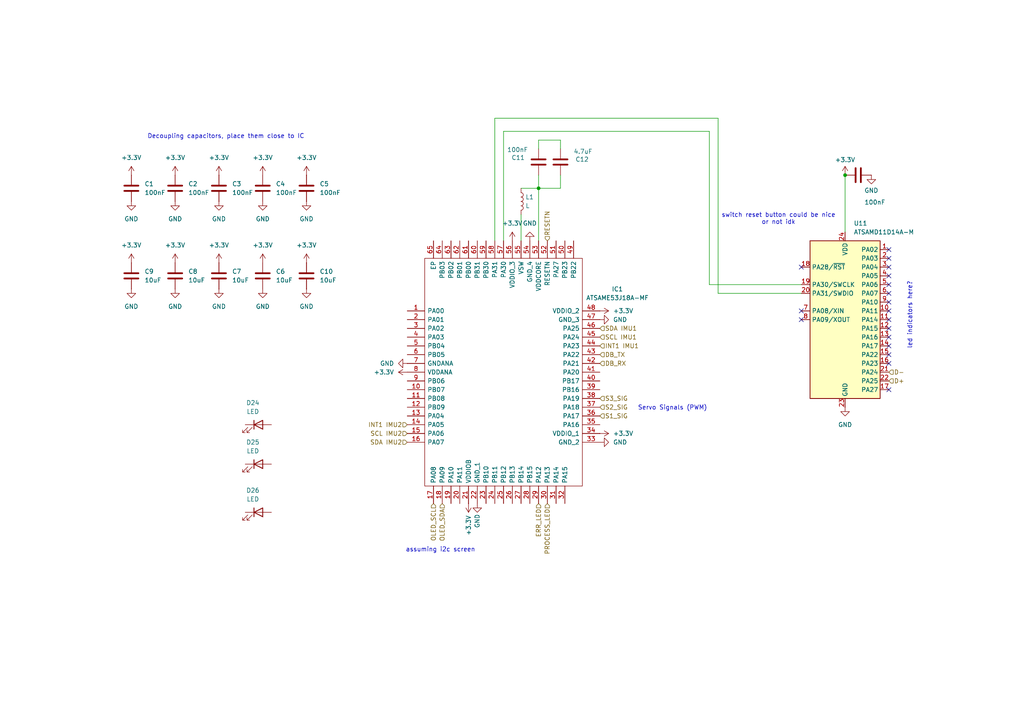
<source format=kicad_sch>
(kicad_sch (version 20231120) (generator "eeschema") (generator_version "8.0")
  (paper "A4")
  (lib_symbols
    (symbol "ATSAME53J18A-MF:ATSAME53J18A-MF" (pin_names (offset 0.762))
      (property "Reference" "IC" (at 52.07 20.32 0))
      (property "Value" "ATSAME53J18A-MF" (at 52.07 17.78 0))
      (symbol "ATSAME53J18A-MF_0_0"
        (pin passive line (at 0 0 0) (length 5.08) (name "PA00") (number "1"))
        (pin passive line (at 0 -22.86 0) (length 5.08) (name "PB07") (number "10"))
        (pin passive line (at 0 -25.4 0) (length 5.08) (name "PB08") (number "11"))
        (pin passive line (at 0 -27.94 0) (length 5.08) (name "PB09") (number "12"))
        (pin passive line (at 0 -30.48 0) (length 5.08) (name "PA04") (number "13"))
        (pin passive line (at 0 -33.02 0) (length 5.08) (name "PA05") (number "14"))
        (pin passive line (at 0 -35.56 0) (length 5.08) (name "PA06") (number "15"))
        (pin passive line (at 0 -38.1 0) (length 5.08) (name "PA07") (number "16"))
        (pin passive line (at 7.62 -55.88 90) (length 5.08) (name "PA08") (number "17"))
        (pin passive line (at 10.16 -55.88 90) (length 5.08) (name "PA09") (number "18"))
        (pin passive line (at 12.7 -55.88 90) (length 5.08) (name "PA10") (number "19"))
        (pin passive line (at 0 -2.54 0) (length 5.08) (name "PA01") (number "2"))
        (pin passive line (at 15.24 -55.88 90) (length 5.08) (name "PA11") (number "20"))
        (pin passive line (at 17.78 -55.88 90) (length 5.08) (name "VDDIOB") (number "21"))
        (pin passive line (at 20.32 -55.88 90) (length 5.08) (name "GND_1") (number "22"))
        (pin passive line (at 22.86 -55.88 90) (length 5.08) (name "PB10") (number "23"))
        (pin passive line (at 25.4 -55.88 90) (length 5.08) (name "PB11") (number "24"))
        (pin passive line (at 27.94 -55.88 90) (length 5.08) (name "PB12") (number "25"))
        (pin passive line (at 30.48 -55.88 90) (length 5.08) (name "PB13") (number "26"))
        (pin passive line (at 33.02 -55.88 90) (length 5.08) (name "PB14") (number "27"))
        (pin passive line (at 35.56 -55.88 90) (length 5.08) (name "PB15") (number "28"))
        (pin passive line (at 38.1 -55.88 90) (length 5.08) (name "PA12") (number "29"))
        (pin passive line (at 0 -5.08 0) (length 5.08) (name "PA02") (number "3"))
        (pin passive line (at 40.64 -55.88 90) (length 5.08) (name "PA13") (number "30"))
        (pin passive line (at 43.18 -55.88 90) (length 5.08) (name "PA14") (number "31"))
        (pin passive line (at 45.72 -55.88 90) (length 5.08) (name "PA15") (number "32"))
        (pin passive line (at 55.88 -38.1 180) (length 5.08) (name "GND_2") (number "33"))
        (pin passive line (at 55.88 -35.56 180) (length 5.08) (name "VDDIO_1") (number "34"))
        (pin passive line (at 55.88 -33.02 180) (length 5.08) (name "PA16") (number "35"))
        (pin passive line (at 55.88 -30.48 180) (length 5.08) (name "PA17") (number "36"))
        (pin passive line (at 55.88 -27.94 180) (length 5.08) (name "PA18") (number "37"))
        (pin passive line (at 55.88 -25.4 180) (length 5.08) (name "PA19") (number "38"))
        (pin passive line (at 55.88 -22.86 180) (length 5.08) (name "PB16") (number "39"))
        (pin passive line (at 0 -7.62 0) (length 5.08) (name "PA03") (number "4"))
        (pin passive line (at 55.88 -20.32 180) (length 5.08) (name "PB17") (number "40"))
        (pin passive line (at 55.88 -17.78 180) (length 5.08) (name "PA20") (number "41"))
        (pin passive line (at 55.88 -15.24 180) (length 5.08) (name "PA21") (number "42"))
        (pin passive line (at 55.88 -12.7 180) (length 5.08) (name "PA22") (number "43"))
        (pin passive line (at 55.88 -10.16 180) (length 5.08) (name "PA23") (number "44"))
        (pin passive line (at 55.88 -7.62 180) (length 5.08) (name "PA24") (number "45"))
        (pin passive line (at 55.88 -5.08 180) (length 5.08) (name "PA25") (number "46"))
        (pin passive line (at 55.88 -2.54 180) (length 5.08) (name "GND_3") (number "47"))
        (pin passive line (at 55.88 0 180) (length 5.08) (name "VDDIO_2") (number "48"))
        (pin passive line (at 48.26 20.32 270) (length 5.08) (name "PB22") (number "49"))
        (pin passive line (at 0 -10.16 0) (length 5.08) (name "PB04") (number "5"))
        (pin passive line (at 45.72 20.32 270) (length 5.08) (name "PB23") (number "50"))
        (pin passive line (at 43.18 20.32 270) (length 5.08) (name "PA27") (number "51"))
        (pin passive line (at 40.64 20.32 270) (length 5.08) (name "RESETN") (number "52"))
        (pin passive line (at 38.1 20.32 270) (length 5.08) (name "VDDCORE") (number "53"))
        (pin passive line (at 35.56 20.32 270) (length 5.08) (name "GND_4") (number "54"))
        (pin passive line (at 33.02 20.32 270) (length 5.08) (name "VSW") (number "55"))
        (pin passive line (at 30.48 20.32 270) (length 5.08) (name "VDDIO_3") (number "56"))
        (pin passive line (at 27.94 20.32 270) (length 5.08) (name "PA30") (number "57"))
        (pin passive line (at 25.4 20.32 270) (length 5.08) (name "PA31") (number "58"))
        (pin passive line (at 22.86 20.32 270) (length 5.08) (name "PB30") (number "59"))
        (pin passive line (at 0 -12.7 0) (length 5.08) (name "PB05") (number "6"))
        (pin passive line (at 20.32 20.32 270) (length 5.08) (name "PB31") (number "60"))
        (pin passive line (at 17.78 20.32 270) (length 5.08) (name "PB00") (number "61"))
        (pin passive line (at 15.24 20.32 270) (length 5.08) (name "PB01") (number "62"))
        (pin passive line (at 12.7 20.32 270) (length 5.08) (name "PB02") (number "63"))
        (pin passive line (at 10.16 20.32 270) (length 5.08) (name "PB03") (number "64"))
        (pin passive line (at 7.62 20.32 270) (length 5.08) (name "EP") (number "65"))
        (pin passive line (at 0 -15.24 0) (length 5.08) (name "GNDANA") (number "7"))
        (pin passive line (at 0 -17.78 0) (length 5.08) (name "VDDANA") (number "8"))
        (pin passive line (at 0 -20.32 0) (length 5.08) (name "PB06") (number "9"))
      )
      (symbol "ATSAME53J18A-MF_0_1"
        (polyline (pts (xy 5.08 15.24) (xy 50.8 15.24) (xy 50.8 -50.8) (xy 5.08 -50.8) (xy 5.08 15.24)) (stroke (width 0.1524)))
      )
    )
    (symbol "Device:C" (pin_numbers hide) (pin_names (offset 0.254))
      (property "Reference" "C" (at 0.635 2.54 0))
      (property "Value" "C" (at 0.635 -2.54 0))
      (symbol "C_0_1"
        (polyline (pts (xy -2.032 -0.762) (xy 2.032 -0.762)) (stroke (width 0.508)))
        (polyline (pts (xy -2.032 0.762) (xy 2.032 0.762)) (stroke (width 0.508)))
      )
      (symbol "C_1_1"
        (pin passive line (at 0 3.81 270) (length 2.794) (name "~") (number "1"))
        (pin passive line (at 0 -3.81 90) (length 2.794) (name "~") (number "2"))
      )
    )
    (symbol "Device:L" (pin_numbers hide) (pin_names (offset 1.016) hide)
      (property "Reference" "L" (at -1.27 0 90))
      (property "Value" "L" (at 1.905 0 90))
      (symbol "L_0_1"
        (arc (start 0 -2.54) (mid 0.6323 -1.905) (end 0 -1.27))
        (arc (start 0 -1.27) (mid 0.6323 -0.635) (end 0 0))
        (arc (start 0 0) (mid 0.6323 0.635) (end 0 1.27))
        (arc (start 0 1.27) (mid 0.6323 1.905) (end 0 2.54))
      )
      (symbol "L_1_1"
        (pin passive line (at 0 3.81 270) (length 1.27) (name "1") (number "1"))
        (pin passive line (at 0 -3.81 90) (length 1.27) (name "2") (number "2"))
      )
    )
    (symbol "Device:LED" (pin_numbers hide) (pin_names (offset 1.016) hide)
      (property "Reference" "D" (at 0 2.54 0))
      (property "Value" "LED" (at 0 -2.54 0))
      (symbol "LED_0_1"
        (polyline (pts (xy -1.27 -1.27) (xy -1.27 1.27)) (stroke (width 0.254)))
        (polyline (pts (xy -1.27 0) (xy 1.27 0)))
        (polyline (pts (xy 1.27 -1.27) (xy 1.27 1.27) (xy -1.27 0) (xy 1.27 -1.27)) (stroke (width 0.254)))
        (polyline (pts (xy -3.048 -0.762) (xy -4.572 -2.286) (xy -3.81 -2.286) (xy -4.572 -2.286) (xy -4.572 -1.524)))
        (polyline (pts (xy -1.778 -0.762) (xy -3.302 -2.286) (xy -2.54 -2.286) (xy -3.302 -2.286) (xy -3.302 -1.524)))
      )
      (symbol "LED_1_1"
        (pin passive line (at -3.81 0 0) (length 2.54) (name "K") (number "1"))
        (pin passive line (at 3.81 0 180) (length 2.54) (name "A") (number "2"))
      )
    )
    (symbol "MCU_Microchip_SAMD:ATSAMD11D14A-M"
      (property "Reference" "U" (at -10.16 24.13 0))
      (property "Value" "ATSAMD11D14A-M" (at 1.27 24.13 0))
      (symbol "ATSAMD11D14A-M_0_1"
        (rectangle (start -10.16 22.86) (end 10.16 -22.86) (stroke (width 0.254)) (fill (type background)))
      )
      (symbol "ATSAMD11D14A-M_1_1"
        (pin bidirectional line (at 12.7 20.32 180) (length 2.54) (name "PA02") (number "1"))
        (pin bidirectional line (at 12.7 2.54 180) (length 2.54) (name "PA11") (number "10"))
        (pin bidirectional line (at 12.7 0 180) (length 2.54) (name "PA14") (number "11"))
        (pin bidirectional line (at 12.7 -2.54 180) (length 2.54) (name "PA15") (number "12"))
        (pin bidirectional line (at 12.7 -5.08 180) (length 2.54) (name "PA16") (number "13"))
        (pin bidirectional line (at 12.7 -7.62 180) (length 2.54) (name "PA17") (number "14"))
        (pin bidirectional line (at 12.7 -10.16 180) (length 2.54) (name "PA22") (number "15"))
        (pin bidirectional line (at 12.7 -12.7 180) (length 2.54) (name "PA23") (number "16"))
        (pin bidirectional line (at 12.7 -20.32 180) (length 2.54) (name "PA27") (number "17"))
        (pin bidirectional line (at -12.7 15.24 0) (length 2.54) (name "PA28/~{RST}") (number "18"))
        (pin bidirectional line (at -12.7 10.16 0) (length 2.54) (name "PA30/SWCLK") (number "19"))
        (pin bidirectional line (at 12.7 17.78 180) (length 2.54) (name "PA03") (number "2"))
        (pin bidirectional line (at -12.7 7.62 0) (length 2.54) (name "PA31/SWDIO") (number "20"))
        (pin bidirectional line (at 12.7 -15.24 180) (length 2.54) (name "PA24") (number "21"))
        (pin bidirectional line (at 12.7 -17.78 180) (length 2.54) (name "PA25") (number "22"))
        (pin power_in line (at 0 -25.4 90) (length 2.54) (name "GND") (number "23"))
        (pin power_in line (at 0 25.4 270) (length 2.54) (name "VDD") (number "24"))
        (pin bidirectional line (at 12.7 15.24 180) (length 2.54) (name "PA04") (number "3"))
        (pin bidirectional line (at 12.7 12.7 180) (length 2.54) (name "PA05") (number "4"))
        (pin bidirectional line (at 12.7 10.16 180) (length 2.54) (name "PA06") (number "5"))
        (pin bidirectional line (at 12.7 7.62 180) (length 2.54) (name "PA07") (number "6"))
        (pin bidirectional line (at -12.7 2.54 0) (length 2.54) (name "PA08/XIN") (number "7"))
        (pin bidirectional line (at -12.7 0 0) (length 2.54) (name "PA09/XOUT") (number "8"))
        (pin bidirectional line (at 12.7 5.08 180) (length 2.54) (name "PA10") (number "9"))
      )
    )
    (symbol "power:+3.3V" (power) (pin_numbers hide) (pin_names (offset 0) hide)
      (property "Value" "+3.3V" (at 0 3.556 0))
      (symbol "+3.3V_0_1"
        (polyline (pts (xy -0.762 1.27) (xy 0 2.54)))
        (polyline (pts (xy 0 0) (xy 0 2.54)))
        (polyline (pts (xy 0 2.54) (xy 0.762 1.27)))
      )
      (symbol "+3.3V_1_1"
        (pin power_in line (at 0 0 90) (length 0) (name "~") (number "1"))
      )
    )
    (symbol "power:GND" (power) (pin_numbers hide) (pin_names (offset 0) hide)
      (property "Value" "GND" (at 0 -3.81 0))
      (symbol "GND_0_1"
        (polyline (pts (xy 0 0) (xy 0 -1.27) (xy 1.27 -1.27) (xy 0 -2.54) (xy -1.27 -1.27) (xy 0 -1.27)))
      )
      (symbol "GND_1_1"
        (pin power_in line (at 0 0 270) (length 0) (name "~") (number "1"))
      )
    )
  )
  (junction (at 245.11 50.8))
  (junction (at 156.21 54.61))
  (no_connect (at 257.81 113.03))
  (no_connect (at 257.81 100.33))
  (no_connect (at 257.81 80.01))
  (no_connect (at 257.81 92.71))
  (no_connect (at 232.41 77.47))
  (no_connect (at 257.81 85.09))
  (no_connect (at 257.81 105.41))
  (no_connect (at 257.81 72.39))
  (no_connect (at 257.81 77.47))
  (no_connect (at 257.81 74.93))
  (no_connect (at 232.41 92.71))
  (no_connect (at 257.81 87.63))
  (no_connect (at 232.41 90.17))
  (no_connect (at 257.81 97.79))
  (no_connect (at 257.81 95.25))
  (no_connect (at 257.81 90.17))
  (no_connect (at 257.81 82.55))
  (no_connect (at 257.81 102.87))
  (wire (pts (xy 208.28 34.29) (xy 208.28 85.09)))
  (wire (pts (xy 245.11 50.8) (xy 245.11 67.31)))
  (wire (pts (xy 156.21 43.18) (xy 156.21 40.64)))
  (wire (pts (xy 232.41 82.55) (xy 205.74 82.55)))
  (wire (pts (xy 162.56 40.64) (xy 162.56 43.18)))
  (wire (pts (xy 143.51 69.85) (xy 143.51 34.29)))
  (wire (pts (xy 156.21 54.61) (xy 156.21 69.85)))
  (wire (pts (xy 156.21 40.64) (xy 162.56 40.64)))
  (wire (pts (xy 162.56 50.8) (xy 162.56 54.61)))
  (wire (pts (xy 146.05 38.1) (xy 146.05 69.85)))
  (wire (pts (xy 156.21 54.61) (xy 162.56 54.61)))
  (wire (pts (xy 151.13 54.61) (xy 156.21 54.61)))
  (wire (pts (xy 205.74 82.55) (xy 205.74 38.1)))
  (wire (pts (xy 156.21 50.8) (xy 156.21 54.61)))
  (wire (pts (xy 208.28 85.09) (xy 232.41 85.09)))
  (wire (pts (xy 143.51 34.29) (xy 208.28 34.29)))
  (wire (pts (xy 205.74 38.1) (xy 146.05 38.1)))
  (wire (pts (xy 151.13 62.23) (xy 151.13 69.85)))
  (text "assuming i2c screen" (at 127.762 159.512 0) (effects (font (size 1.27 1.27))))
  (text "switch reset button could be nice\nor not idk\n" (at 225.806 63.5 0) (effects (font (size 1.27 1.27))))
  (text "Servo Signals (PWM)" (at 195.072 118.364 0) (effects (font (size 1.27 1.27))))
  (text "led indicators here?\n" (at 263.906 91.44 90) (effects (font (size 1.27 1.27))))
  (text "Decoupling capacitors, place them close to IC" (at 65.532 39.624 0) (effects (font (size 1.27 1.27))))
  (hierarchical_label "SDA IMU1" (shape input) (at 173.99 95.25 0))
  (hierarchical_label "D+" (shape input) (at 257.81 110.49 0))
  (hierarchical_label "S2_SIG" (shape input) (at 173.99 118.11 0))
  (hierarchical_label "ERR_LED" (shape input) (at 156.21 146.05 270))
  (hierarchical_label "RESETN" (shape input) (at 158.75 69.85 90))
  (hierarchical_label "DB_RX" (shape input) (at 173.99 105.41 0))
  (hierarchical_label "DB_TX" (shape input) (at 173.99 102.87 0))
  (hierarchical_label "S1_SIG" (shape input) (at 173.99 120.65 0))
  (hierarchical_label "SDA IMU2" (shape input) (at 118.11 128.27 180))
  (hierarchical_label "SCL IMU2" (shape input) (at 118.11 125.73 180))
  (hierarchical_label "S3_SIG" (shape input) (at 173.99 115.57 0))
  (hierarchical_label "SCL IMU1" (shape input) (at 173.99 97.79 0))
  (hierarchical_label "D-" (shape input) (at 257.81 107.95 0))
  (hierarchical_label "INT1 IMU2" (shape input) (at 118.11 123.19 180))
  (hierarchical_label "OLED_SCL" (shape input) (at 125.73 146.05 270))
  (hierarchical_label "PROCESS_LED" (shape input) (at 158.75 146.05 270))
  (hierarchical_label "OLED_SDA" (shape input) (at 128.27 146.05 270))
  (hierarchical_label "INT1 IMU1" (shape input) (at 173.99 100.33 0))
  (symbol (lib_id "Device:C") (at 38.1 54.61 0) (unit 1)
    (property "Reference" "C1" (at 41.91 53.3399 0) (effects (justify left)))
    (property "Value" "100nF" (at 41.91 55.8799 0) (effects (justify left)))
    (property "Description" "Unpolarized capacitor" (effects (hide yes)))
  )
  (symbol (lib_id "power:+3.3V") (at 63.5 76.2 0) (unit 1)
    (property "Reference" "#PWR015" (effects (hide yes)))
    (property "Value" "+3.3V" (at 63.5 71.12 0))
    (property "Description" "Power symbol creates a global label with name \"+3.3V\"" (effects (hide yes)))
  )
  (symbol (lib_id "power:+3.3V") (at 50.8 50.8 0) (unit 1)
    (property "Reference" "#PWR03" (effects (hide yes)))
    (property "Value" "+3.3V" (at 50.8 45.72 0))
    (property "Description" "Power symbol creates a global label with name \"+3.3V\"" (effects (hide yes)))
  )
  (symbol (lib_id "power:+3.3V") (at 148.59 69.85 0) (unit 1)
    (property "Reference" "#PWR051" (effects (hide yes)))
    (property "Value" "+3.3V" (at 148.59 64.77 0))
    (property "Description" "Power symbol creates a global label with name \"+3.3V\"" (effects (hide yes)))
  )
  (symbol (lib_id "power:GND") (at 173.99 92.71 90) (unit 1)
    (property "Reference" "#PWR054" (effects (hide yes)))
    (property "Value" "GND" (at 177.8 92.7099 90) (effects (justify right)))
    (property "Description" "Power symbol creates a global label with name \"GND\" , ground" (effects (hide yes)))
  )
  (symbol (lib_id "Device:C") (at 50.8 54.61 0) (unit 1)
    (property "Reference" "C2" (at 54.61 53.3399 0) (effects (justify left)))
    (property "Value" "100nF" (at 54.61 55.8799 0) (effects (justify left)))
    (property "Description" "Unpolarized capacitor" (effects (hide yes)))
  )
  (symbol (lib_id "power:GND") (at 88.9 58.42 0) (unit 1)
    (property "Reference" "#PWR023" (effects (hide yes)))
    (property "Value" "GND" (at 88.9 63.5 0))
    (property "Description" "Power symbol creates a global label with name \"GND\" , ground" (effects (hide yes)))
  )
  (symbol (lib_id "Device:C") (at 76.2 80.01 0) (unit 1)
    (property "Reference" "C6" (at 80.01 78.7399 0) (effects (justify left)))
    (property "Value" "10uF" (at 80.01 81.2799 0) (effects (justify left)))
    (property "Description" "Unpolarized capacitor" (effects (hide yes)))
  )
  (symbol (lib_id "Device:C") (at 50.8 80.01 0) (unit 1)
    (property "Reference" "C8" (at 54.61 78.7399 0) (effects (justify left)))
    (property "Value" "10uF" (at 54.61 81.2799 0) (effects (justify left)))
    (property "Description" "Unpolarized capacitor" (effects (hide yes)))
  )
  (symbol (lib_id "Device:C") (at 156.21 46.99 0) (unit 1)
    (property "Reference" "C11" (at 148.336 45.72 0) (effects (justify left)))
    (property "Value" "100nF" (at 147.066 43.434 0) (effects (justify left)))
    (property "Description" "Unpolarized capacitor" (effects (hide yes)))
  )
  (symbol (lib_id "Device:C") (at 63.5 54.61 0) (unit 1)
    (property "Reference" "C3" (at 67.31 53.3399 0) (effects (justify left)))
    (property "Value" "100nF" (at 67.31 55.8799 0) (effects (justify left)))
    (property "Description" "Unpolarized capacitor" (effects (hide yes)))
  )
  (symbol (lib_id "Device:C") (at 162.56 46.99 0) (unit 1)
    (property "Reference" "C12" (at 166.878 46.228 0) (effects (justify left)))
    (property "Value" "4.7uF" (at 166.37 43.942 0) (effects (justify left)))
    (property "Description" "Unpolarized capacitor" (effects (hide yes)))
  )
  (symbol (lib_id "Device:C") (at 88.9 54.61 0) (unit 1)
    (property "Reference" "C5" (at 92.71 53.3399 0) (effects (justify left)))
    (property "Value" "100nF" (at 92.71 55.8799 0) (effects (justify left)))
    (property "Description" "Unpolarized capacitor" (effects (hide yes)))
  )
  (symbol (lib_id "power:+3.3V") (at 173.99 90.17 270) (unit 1)
    (property "Reference" "#PWR049" (effects (hide yes)))
    (property "Value" "+3.3V" (at 177.8 90.1699 90) (effects (justify left)))
    (property "Description" "Power symbol creates a global label with name \"+3.3V\"" (effects (hide yes)))
  )
  (symbol (lib_id "Device:C") (at 76.2 54.61 0) (unit 1)
    (property "Reference" "C4" (at 80.01 53.3399 0) (effects (justify left)))
    (property "Value" "100nF" (at 80.01 55.8799 0) (effects (justify left)))
    (property "Description" "Unpolarized capacitor" (effects (hide yes)))
  )
  (symbol (lib_id "power:GND") (at 63.5 58.42 0) (unit 1)
    (property "Reference" "#PWR025" (effects (hide yes)))
    (property "Value" "GND" (at 63.5 63.5 0))
    (property "Description" "Power symbol creates a global label with name \"GND\" , ground" (effects (hide yes)))
  )
  (symbol (lib_id "Device:C") (at 248.92 50.8 270) (mirror x) (unit 1)
    (property "Reference" "100nF" (at 250.698 58.674 90) (effects (justify left)))
    (property "Value" "C" (effects (hide yes)))
    (property "Description" "Unpolarized capacitor" (effects (hide yes)))
  )
  (symbol (lib_id "power:GND") (at 76.2 83.82 0) (unit 1)
    (property "Reference" "#PWR021" (effects (hide yes)))
    (property "Value" "GND" (at 76.2 88.9 0))
    (property "Description" "Power symbol creates a global label with name \"GND\" , ground" (effects (hide yes)))
  )
  (symbol (lib_id "Device:LED") (at 74.93 148.59 0) (unit 1)
    (property "Reference" "D26" (at 73.3425 142.24 0))
    (property "Value" "LED" (at 73.3425 144.78 0))
    (property "Description" "Light emitting diode" (effects (hide yes)))
  )
  (symbol (lib_id "power:GND") (at 63.5 83.82 0) (unit 1)
    (property "Reference" "#PWR020" (effects (hide yes)))
    (property "Value" "GND" (at 63.5 88.9 0))
    (property "Description" "Power symbol creates a global label with name \"GND\" , ground" (effects (hide yes)))
  )
  (symbol (lib_id "power:+3.3V") (at 38.1 50.8 0) (unit 1)
    (property "Reference" "#PWR02" (effects (hide yes)))
    (property "Value" "+3.3V" (at 38.1 45.72 0))
    (property "Description" "Power symbol creates a global label with name \"+3.3V\"" (effects (hide yes)))
  )
  (symbol (lib_id "power:GND") (at 50.8 83.82 0) (unit 1)
    (property "Reference" "#PWR019" (effects (hide yes)))
    (property "Value" "GND" (at 50.8 88.9 0))
    (property "Description" "Power symbol creates a global label with name \"GND\" , ground" (effects (hide yes)))
  )
  (symbol (lib_id "power:GND") (at 38.1 83.82 0) (unit 1)
    (property "Reference" "#PWR018" (effects (hide yes)))
    (property "Value" "GND" (at 38.1 88.9 0))
    (property "Description" "Power symbol creates a global label with name \"GND\" , ground" (effects (hide yes)))
  )
  (symbol (lib_id "Device:LED") (at 74.93 134.62 0) (unit 1)
    (property "Reference" "D25" (at 73.3425 128.27 0))
    (property "Value" "LED" (at 73.3425 130.81 0))
    (property "Description" "Light emitting diode" (effects (hide yes)))
  )
  (symbol (lib_id "power:+3.3V") (at 76.2 50.8 0) (unit 1)
    (property "Reference" "#PWR011" (effects (hide yes)))
    (property "Value" "+3.3V" (at 76.2 45.72 0))
    (property "Description" "Power symbol creates a global label with name \"+3.3V\"" (effects (hide yes)))
  )
  (symbol (lib_id "power:GND") (at 88.9 83.82 0) (unit 1)
    (property "Reference" "#PWR022" (effects (hide yes)))
    (property "Value" "GND" (at 88.9 88.9 0))
    (property "Description" "Power symbol creates a global label with name \"GND\" , ground" (effects (hide yes)))
  )
  (symbol (lib_id "Device:C") (at 38.1 80.01 0) (unit 1)
    (property "Reference" "C9" (at 41.91 78.7399 0) (effects (justify left)))
    (property "Value" "10uF" (at 41.91 81.2799 0) (effects (justify left)))
    (property "Description" "Unpolarized capacitor" (effects (hide yes)))
  )
  (symbol (lib_id "power:GND") (at 252.73 50.8 0) (unit 1)
    (property "Reference" "#PWR0194" (effects (hide yes)))
    (property "Value" "GND" (at 252.73 55.245 0))
    (property "Description" "Power symbol creates a global label with name \"GND\" , ground" (effects (hide yes)))
  )
  (symbol (lib_id "power:GND") (at 50.8 58.42 0) (unit 1)
    (property "Reference" "#PWR026" (effects (hide yes)))
    (property "Value" "GND" (at 50.8 63.5 0))
    (property "Description" "Power symbol creates a global label with name \"GND\" , ground" (effects (hide yes)))
  )
  (symbol (lib_id "power:+3.3V") (at 76.2 76.2 0) (unit 1)
    (property "Reference" "#PWR014" (effects (hide yes)))
    (property "Value" "+3.3V" (at 76.2 71.12 0))
    (property "Description" "Power symbol creates a global label with name \"+3.3V\"" (effects (hide yes)))
  )
  (symbol (lib_id "power:+3.3V") (at 88.9 50.8 0) (unit 1)
    (property "Reference" "#PWR012" (effects (hide yes)))
    (property "Value" "+3.3V" (at 88.9 45.72 0))
    (property "Description" "Power symbol creates a global label with name \"+3.3V\"" (effects (hide yes)))
  )
  (symbol (lib_id "Device:C") (at 63.5 80.01 0) (unit 1)
    (property "Reference" "C7" (at 67.31 78.7399 0) (effects (justify left)))
    (property "Value" "10uF" (at 67.31 81.2799 0) (effects (justify left)))
    (property "Description" "Unpolarized capacitor" (effects (hide yes)))
  )
  (symbol (lib_id "MCU_Microchip_SAMD:ATSAMD11D14A-M") (at 245.11 92.71 0) (unit 1)
    (property "Reference" "U11" (at 247.612 64.77 0) (effects (justify left)))
    (property "Value" "ATSAMD11D14A-M" (at 247.612 67.31 0) (effects (justify left)))
    (property "Footprint" "Package_DFN_QFN:QFN-24-1EP_4x4mm_P0.5mm_EP2.6x2.6mm" (effects (hide yes)))
    (property "Datasheet" "http://ww1.microchip.com/downloads/en/DeviceDoc/Atmel-42363-SAM-D11_Datasheet.pdf" (effects (hide yes)))
    (property "Description" "ARM Cortex-M0+ MCU, 48MHz, 16KB Flash, 4KB RAM, 1.6-3.6V, 22 GPIO, QFN-24" (effects (hide yes)))
  )
  (symbol (lib_id "power:GND") (at 245.11 118.11 0) (unit 1)
    (property "Reference" "#PWR0193" (effects (hide yes)))
    (property "Value" "GND" (at 245.11 123.19 0))
    (property "Description" "Power symbol creates a global label with name \"GND\" , ground" (effects (hide yes)))
  )
  (symbol (lib_id "Device:L") (at 151.13 58.42 0) (unit 1)
    (property "Reference" "L1" (at 152.4 57.1499 0) (effects (justify left)))
    (property "Value" "L" (at 152.4 59.6899 0) (effects (justify left)))
    (property "Description" "Inductor" (effects (hide yes)))
  )
  (symbol (lib_id "power:+3.3V") (at 88.9 76.2 0) (unit 1)
    (property "Reference" "#PWR013" (effects (hide yes)))
    (property "Value" "+3.3V" (at 88.9 71.12 0))
    (property "Description" "Power symbol creates a global label with name \"+3.3V\"" (effects (hide yes)))
  )
  (symbol (lib_id "power:GND") (at 153.67 69.85 180) (unit 1)
    (property "Reference" "#PWR053" (effects (hide yes)))
    (property "Value" "GND" (at 153.67 64.77 0))
    (property "Description" "Power symbol creates a global label with name \"GND\" , ground" (effects (hide yes)))
  )
  (symbol (lib_id "ATSAME53J18A-MF:ATSAME53J18A-MF") (at 118.11 90.17 0) (unit 1)
    (property "Reference" "IC1" (at 179.07 83.8514 0))
    (property "Value" "ATSAME53J18A-MF" (at 179.07 86.3914 0))
    (property "Footprint" "QFN50P900X900X100-65N-D" (effects (hide yes)))
    (property "Datasheet" "http://www.microchip.com/mymicrochip/filehandler.aspx?ddocname=en599585" (effects (hide yes)))
    (property "Description_1" "ARM Microcontrollers - MCU 120MHZ 256KB Flash 64 QFN PKG inTray 125CTemp" (effects (hide yes)))
    (property "Height" "1" (effects (hide yes)))
    (property "Manufacturer_Name" "Microchip" (effects (hide yes)))
    (property "Manufacturer_Part_Number" "ATSAME53J18A-MF" (effects (hide yes)))
    (property "Mouser Part Number" "556-ATSAME53J18A-MF" (effects (hide yes)))
    (property "Mouser Price/Stock" "https://www.mouser.co.uk/ProductDetail/Microchip-Technology/ATSAME53J18A-MF?qs=y6ZabgHbY%252Bx%252BZfU%252BT4hn9g%3D%3D" (effects (hide yes)))
  )
  (symbol (lib_id "power:GND") (at 138.43 146.05 0) (unit 1)
    (property "Reference" "#PWR056" (effects (hide yes)))
    (property "Value" "GND" (at 138.43 151.13 90))
    (property "Description" "Power symbol creates a global label with name \"GND\" , ground" (effects (hide yes)))
  )
  (symbol (lib_id "Device:C") (at 88.9 80.01 0) (unit 1)
    (property "Reference" "C10" (at 92.71 78.7399 0) (effects (justify left)))
    (property "Value" "10uF" (at 92.71 81.2799 0) (effects (justify left)))
    (property "Description" "Unpolarized capacitor" (effects (hide yes)))
  )
  (symbol (lib_id "power:+3.3V") (at 63.5 50.8 0) (unit 1)
    (property "Reference" "#PWR010" (effects (hide yes)))
    (property "Value" "+3.3V" (at 63.5 45.72 0))
    (property "Description" "Power symbol creates a global label with name \"+3.3V\"" (effects (hide yes)))
  )
  (symbol (lib_id "power:GND") (at 38.1 58.42 0) (unit 1)
    (property "Reference" "#PWR027" (effects (hide yes)))
    (property "Value" "GND" (at 38.1 63.5 0))
    (property "Description" "Power symbol creates a global label with name \"GND\" , ground" (effects (hide yes)))
  )
  (symbol (lib_id "power:+3.3V") (at 245.11 50.8 0) (unit 1)
    (property "Reference" "#PWR068" (effects (hide yes)))
    (property "Value" "+3.3V" (at 245.11 46.355 0))
    (property "Description" "Power symbol creates a global label with name \"+3.3V\"" (effects (hide yes)))
  )
  (symbol (lib_id "power:GND") (at 76.2 58.42 0) (unit 1)
    (property "Reference" "#PWR024" (effects (hide yes)))
    (property "Value" "GND" (at 76.2 63.5 0))
    (property "Description" "Power symbol creates a global label with name \"GND\" , ground" (effects (hide yes)))
  )
  (symbol (lib_id "power:+3.3V") (at 118.11 107.95 90) (unit 1)
    (property "Reference" "#PWR050" (effects (hide yes)))
    (property "Value" "+3.3V" (at 114.3 107.9499 90) (effects (justify left)))
    (property "Description" "Power symbol creates a global label with name \"+3.3V\"" (effects (hide yes)))
  )
  (symbol (lib_id "power:+3.3V") (at 50.8 76.2 0) (unit 1)
    (property "Reference" "#PWR016" (effects (hide yes)))
    (property "Value" "+3.3V" (at 50.8 71.12 0))
    (property "Description" "Power symbol creates a global label with name \"+3.3V\"" (effects (hide yes)))
  )
  (symbol (lib_id "power:+3.3V") (at 38.1 76.2 0) (unit 1)
    (property "Reference" "#PWR017" (effects (hide yes)))
    (property "Value" "+3.3V" (at 38.1 71.12 0))
    (property "Description" "Power symbol creates a global label with name \"+3.3V\"" (effects (hide yes)))
  )
  (symbol (lib_id "power:+3.3V") (at 135.89 146.05 180) (unit 1)
    (property "Reference" "#PWR057" (effects (hide yes)))
    (property "Value" "+3.3V" (at 135.89 152.4 90))
    (property "Description" "Power symbol creates a global label with name \"+3.3V\"" (effects (hide yes)))
  )
  (symbol (lib_id "power:GND") (at 118.11 105.41 270) (unit 1)
    (property "Reference" "#PWR052" (effects (hide yes)))
    (property "Value" "GND" (at 114.3 105.4099 90) (effects (justify right)))
    (property "Description" "Power symbol creates a global label with name \"GND\" , ground" (effects (hide yes)))
  )
  (symbol (lib_id "power:GND") (at 173.99 128.27 90) (unit 1)
    (property "Reference" "#PWR055" (effects (hide yes)))
    (property "Value" "GND" (at 177.8 128.2699 90) (effects (justify right)))
    (property "Description" "Power symbol creates a global label with name \"GND\" , ground" (effects (hide yes)))
  )
  (symbol (lib_id "power:+3.3V") (at 173.99 125.73 270) (unit 1)
    (property "Reference" "#PWR048" (effects (hide yes)))
    (property "Value" "+3.3V" (at 177.8 125.7299 90) (effects (justify left)))
    (property "Description" "Power symbol creates a global label with name \"+3.3V\"" (effects (hide yes)))
  )
  (symbol (lib_id "Device:LED") (at 74.93 123.19 0) (unit 1)
    (property "Reference" "D24" (at 73.3425 116.84 0))
    (property "Value" "LED" (at 73.3425 119.38 0))
    (property "Description" "Light emitting diode" (effects (hide yes)))
  )
)
</source>
